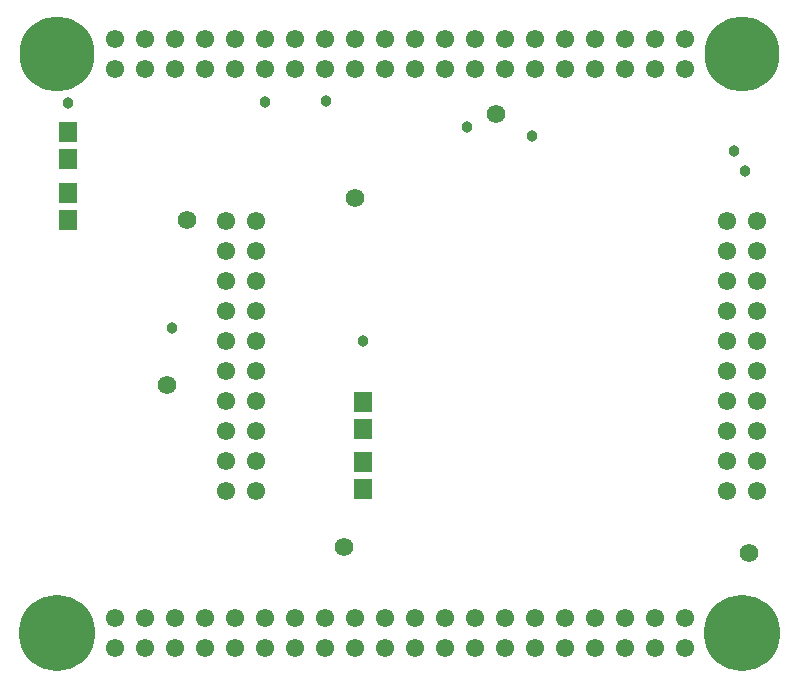
<source format=gbr>
%FSLAX25Y25*%
%MOIN*%
G04 EasyPC Gerber Version 18.0.6 Build 3620 *
%ADD17R,0.06100X0.06600*%
%ADD19C,0.03800*%
%ADD110C,0.06100*%
%ADD18C,0.06200*%
%ADD142C,0.25009*%
%ADD143C,0.25403*%
X0Y0D02*
D02*
D17*
X24814Y153663D03*
Y162663D03*
Y174063D03*
Y183063D03*
X123214Y63963D03*
Y72963D03*
Y83963D03*
Y92963D03*
D02*
D18*
X58014Y98563D03*
X64414Y153663D03*
X116814Y44563D03*
X120414Y160963D03*
X167614Y188963D03*
X252014Y42563D03*
D02*
D19*
X24814Y192563D03*
X59614Y117763D03*
X90414Y192963D03*
X110814Y193363D03*
X123214Y113522D03*
X158014Y184563D03*
X179614Y181763D03*
X246814Y176563D03*
X250414Y170163D03*
D02*
D110*
X40414Y10963D03*
Y20963D03*
Y204113D03*
Y214113D03*
X50414Y10963D03*
Y20963D03*
Y204113D03*
Y214113D03*
X60414Y10963D03*
Y20963D03*
Y204113D03*
Y214113D03*
X70414Y10963D03*
Y20963D03*
Y204113D03*
Y214113D03*
X77422Y63522D03*
Y73522D03*
Y83522D03*
Y93522D03*
Y103522D03*
Y113522D03*
Y123522D03*
Y133522D03*
Y143522D03*
Y153522D03*
X80414Y10963D03*
Y20963D03*
Y204113D03*
Y214113D03*
X87422Y63522D03*
Y73522D03*
Y83522D03*
Y93522D03*
Y103522D03*
Y113522D03*
Y123522D03*
Y133522D03*
Y143522D03*
Y153522D03*
X90414Y10963D03*
Y20963D03*
Y204113D03*
Y214113D03*
X100414Y10963D03*
Y20963D03*
Y204113D03*
Y214113D03*
X110414Y10963D03*
Y20963D03*
Y204113D03*
Y214113D03*
X120414Y10963D03*
Y20963D03*
Y204113D03*
Y214113D03*
X130414Y10963D03*
Y20963D03*
Y204113D03*
Y214113D03*
X140414Y10963D03*
Y20963D03*
Y204113D03*
Y214113D03*
X150414Y10963D03*
Y20963D03*
Y204113D03*
Y214113D03*
X160414Y10963D03*
Y20963D03*
Y204113D03*
Y214113D03*
X170414Y10963D03*
Y20963D03*
Y204113D03*
Y214113D03*
X180414Y10963D03*
Y20963D03*
Y204113D03*
Y214113D03*
X190414Y10963D03*
Y20963D03*
Y204113D03*
Y214113D03*
X200414Y10963D03*
Y20963D03*
Y204113D03*
Y214113D03*
X210414Y10963D03*
Y20963D03*
Y204113D03*
Y214113D03*
X220414Y10963D03*
Y20963D03*
Y204113D03*
Y214113D03*
X230414Y10963D03*
Y20963D03*
Y204113D03*
Y214113D03*
X244587Y63522D03*
Y73522D03*
Y83522D03*
Y93522D03*
Y103522D03*
Y113522D03*
Y123522D03*
Y133522D03*
Y143522D03*
Y153522D03*
X254587Y63522D03*
Y73522D03*
Y83522D03*
Y93522D03*
Y103522D03*
Y113522D03*
Y123522D03*
Y133522D03*
Y143522D03*
Y153522D03*
D02*
D142*
X21241Y209113D03*
X249587D03*
D02*
D143*
X21241Y16199D03*
X249587D03*
X0Y0D02*
M02*

</source>
